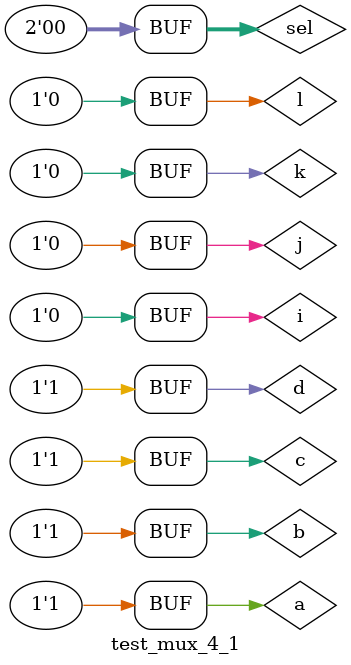
<source format=v>
module test_mux_4_1();

    // Inputs.
    reg a;
    reg b;
    reg c;
    reg d;
    reg [1:0] sel;
    reg out;
    reg i;
    reg j;
    reg k;
    reg l;
    wire res;

    // Initializing UUT.
    mux_4_1 UUT (
        .out(res),
        .in0(a),
        .in1(b),
        .in2(c),
        .in3(d),
        .sel0(sel[0]),
        .sel1(sel[1])
    );

    initial begin
        $dumpfile("waves.vcd");
        $dumpvars(0, test_mux_4_1);
        // Initializing inputs.
        
        sel = 0;
        repeat (4) begin
            i = 0;
            repeat (2) begin
                j = 0;
                repeat (2) begin
                    k = 0;
                    repeat (2) begin
                        l = 0;
                        repeat (2) begin
                            a = i;
                            b = j;
                            c = k;
                            d = l;

                            #10; // Wait 10s.
                            l++;
                        end
                        k++;
                    end
                    j++;
                end
                i++;
            end
            sel++;
        end
	end
endmodule

</source>
